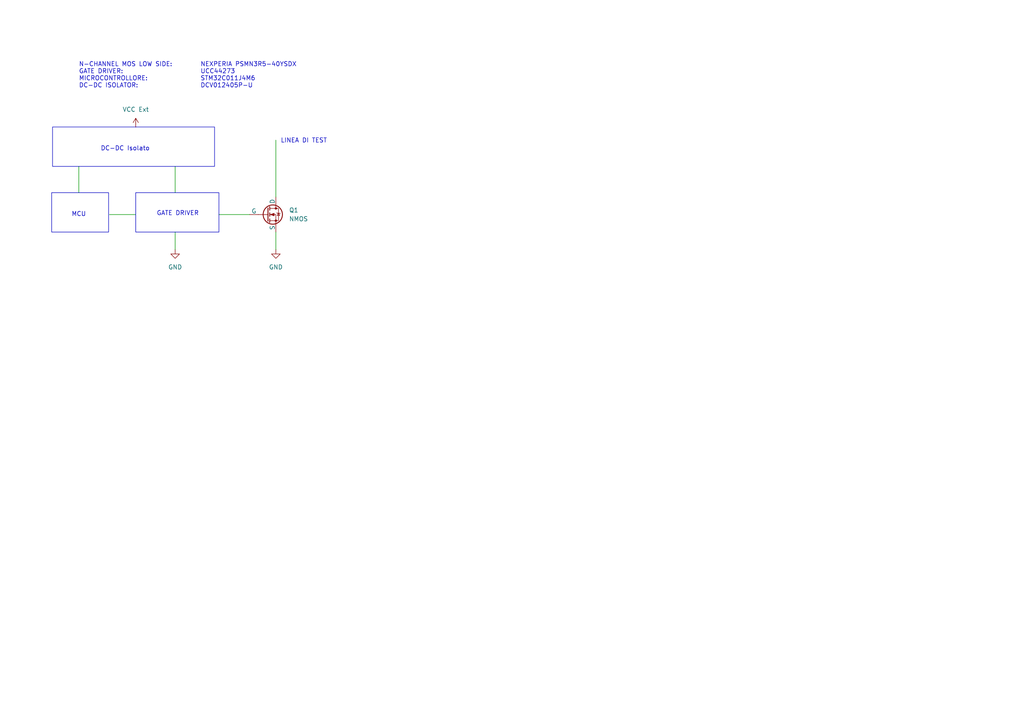
<source format=kicad_sch>
(kicad_sch (version 20231120) (generator "eeschema") (generator_version "8.0")
  (paper "A4")
  (lib_symbols
    (symbol "Simulation_SPICE:NMOS" (pin_numbers hide) (pin_names (offset 0))
      (property "Reference" "Q" (at 5.08 1.27 0))
      (property "Value" "NMOS" (at 5.08 -1.27 0))
      (symbol "NMOS_0_1"
        (polyline (pts (xy 0.254 0) (xy -2.54 0)))
        (polyline (pts (xy 0.254 1.905) (xy 0.254 -1.905)) (stroke (width 0.254)))
        (polyline (pts (xy 0.762 -1.27) (xy 0.762 -2.286)) (stroke (width 0.254)))
        (polyline (pts (xy 0.762 0.508) (xy 0.762 -0.508)) (stroke (width 0.254)))
        (polyline (pts (xy 0.762 2.286) (xy 0.762 1.27)) (stroke (width 0.254)))
        (polyline (pts (xy 2.54 2.54) (xy 2.54 1.778)))
        (polyline (pts (xy 2.54 -2.54) (xy 2.54 0) (xy 0.762 0)))
        (polyline (pts (xy 0.762 -1.778) (xy 3.302 -1.778) (xy 3.302 1.778) (xy 0.762 1.778)))
        (polyline (pts (xy 1.016 0) (xy 2.032 0.381) (xy 2.032 -0.381) (xy 1.016 0)) (fill (type outline)))
        (polyline (pts (xy 2.794 0.508) (xy 2.921 0.381) (xy 3.683 0.381) (xy 3.81 0.254)))
        (polyline (pts (xy 3.302 0.381) (xy 2.921 -0.254) (xy 3.683 -0.254) (xy 3.302 0.381)))
        (circle (center 1.651 0) (radius 2.794) (stroke (width 0.254)))
        (circle (center 2.54 -1.778) (radius 0.254) (fill (type outline)))
        (circle (center 2.54 1.778) (radius 0.254) (fill (type outline)))
      )
      (symbol "NMOS_1_1"
        (pin passive line (at 2.54 5.08 270) (length 2.54) (name "D") (number "1"))
        (pin input line (at -5.08 0 0) (length 2.54) (name "G") (number "2"))
        (pin passive line (at 2.54 -5.08 90) (length 2.54) (name "S") (number "3"))
      )
    )
    (symbol "power:GND" (power) (pin_numbers hide) (pin_names (offset 0) hide)
      (property "Value" "GND" (at 0 -3.81 0))
      (symbol "GND_0_1"
        (polyline (pts (xy 0 0) (xy 0 -1.27) (xy 1.27 -1.27) (xy 0 -2.54) (xy -1.27 -1.27) (xy 0 -1.27)))
      )
      (symbol "GND_1_1"
        (pin power_in line (at 0 0 270) (length 0) (name "~") (number "1"))
      )
    )
    (symbol "power:VCC" (power) (pin_numbers hide) (pin_names (offset 0) hide)
      (property "Value" "VCC" (at 0 3.556 0))
      (symbol "VCC_0_1"
        (polyline (pts (xy -0.762 1.27) (xy 0 2.54)))
        (polyline (pts (xy 0 0) (xy 0 2.54)))
        (polyline (pts (xy 0 2.54) (xy 0.762 1.27)))
      )
      (symbol "VCC_1_1"
        (pin power_in line (at 0 0 90) (length 0) (name "~") (number "1"))
      )
    )
  )
  (wire (pts (xy 63.5 62.23) (xy 72.39 62.23)))
  (wire (pts (xy 50.8 48.26) (xy 50.8 55.88)))
  (wire (pts (xy 50.8 67.31) (xy 50.8 72.39)))
  (wire (pts (xy 31.75 62.23) (xy 39.37 62.23)))
  (wire (pts (xy 80.01 40.64) (xy 80.01 57.15)))
  (wire (pts (xy 22.86 48.26) (xy 22.86 55.88)))
  (wire (pts (xy 80.01 67.31) (xy 80.01 72.39)))
  (rectangle (start 14.986 55.88) (end 31.496 67.31))
  (rectangle (start 15.24 36.83) (end 62.23 48.26))
  (rectangle (start 39.37 55.88) (end 63.5 67.31))
  (text "DC-DC Isolato" (at 36.322 43.18 0) (effects (font (size 1.27 1.27))))
  (text "GATE DRIVER" (at 51.562 61.976 0) (effects (font (size 1.27 1.27))))
  (text "N-CHANNEL MOS LOW SIDE: 	NEXPERIA PSMN3R5-40YSDX\nGATE DRIVER: 				UCC44273\nMICROCONTROLLORE: 			STM32C011J4M6\nDC-DC ISOLATOR:				DCV012405P-U" (at 22.86 21.844 0) (effects (font (size 1.27 1.27)) (justify left)))
  (text "MCU" (at 22.86 62.23 0) (effects (font (size 1.27 1.27))))
  (text "LINEA DI TEST" (at 88.138 40.894 0) (effects (font (size 1.27 1.27))))
  (symbol (lib_id "power:GND") (at 80.01 72.39 0) (unit 1)
    (property "Reference" "#PWR02" (effects (hide yes)))
    (property "Value" "GND" (at 80.01 77.47 0))
    (property "Description" "Power symbol creates a global label with name \"GND\" , ground" (effects (hide yes)))
  )
  (symbol (lib_id "Simulation_SPICE:NMOS") (at 77.47 62.23 0) (unit 1)
    (property "Reference" "Q1" (at 83.82 60.9599 0) (effects (justify left)))
    (property "Value" "NMOS" (at 83.82 63.4999 0) (effects (justify left)))
    (property "Datasheet" "https://ngspice.sourceforge.io/docs/ngspice-html-manual/manual.xhtml#cha_MOSFETs" (effects (hide yes)))
    (property "Description" "N-MOSFET transistor, drain/source/gate" (effects (hide yes)))
    (property "Sim.Device" "NMOS" (effects (hide yes)))
    (property "Sim.Type" "VDMOS" (effects (hide yes)))
    (property "Sim.Pins" "1=D 2=G 3=S" (effects (hide yes)))
  )
  (symbol (lib_id "power:VCC") (at 39.37 36.83 0) (unit 1)
    (property "Reference" "#PWR04" (effects (hide yes)))
    (property "Value" "VCC Ext" (at 39.37 31.75 0))
    (property "Description" "Power symbol creates a global label with name \"VCC\"" (effects (hide yes)))
  )
  (symbol (lib_id "power:GND") (at 50.8 72.39 0) (unit 1)
    (property "Reference" "#PWR03" (effects (hide yes)))
    (property "Value" "GND" (at 50.8 77.47 0))
    (property "Description" "Power symbol creates a global label with name \"GND\" , ground" (effects (hide yes)))
  )
)
</source>
